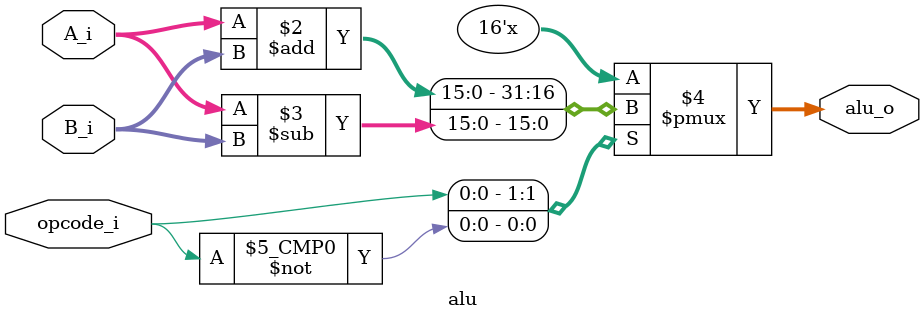
<source format=sv>
module alu (
	A_i, 
	B_i,
	opcode_i,
	alu_o
);

	localparam logic ADD = 1'b1;
	localparam logic SUB = 1'b0;

	input logic signed	[15:0] A_i, B_i; // Inputs need to be signed, so the logic can be right
	input logic opcode_i; 		
	output logic signed [15:0] alu_o;    		 

	always_comb begin:alu_logic

		case (opcode_i)	

			ADD: alu_o = A_i + B_i;
			SUB: alu_o = A_i - B_i;
			default: alu_o = 0;
		
		endcase
	
	end:alu_logic

endmodule:alu

</source>
